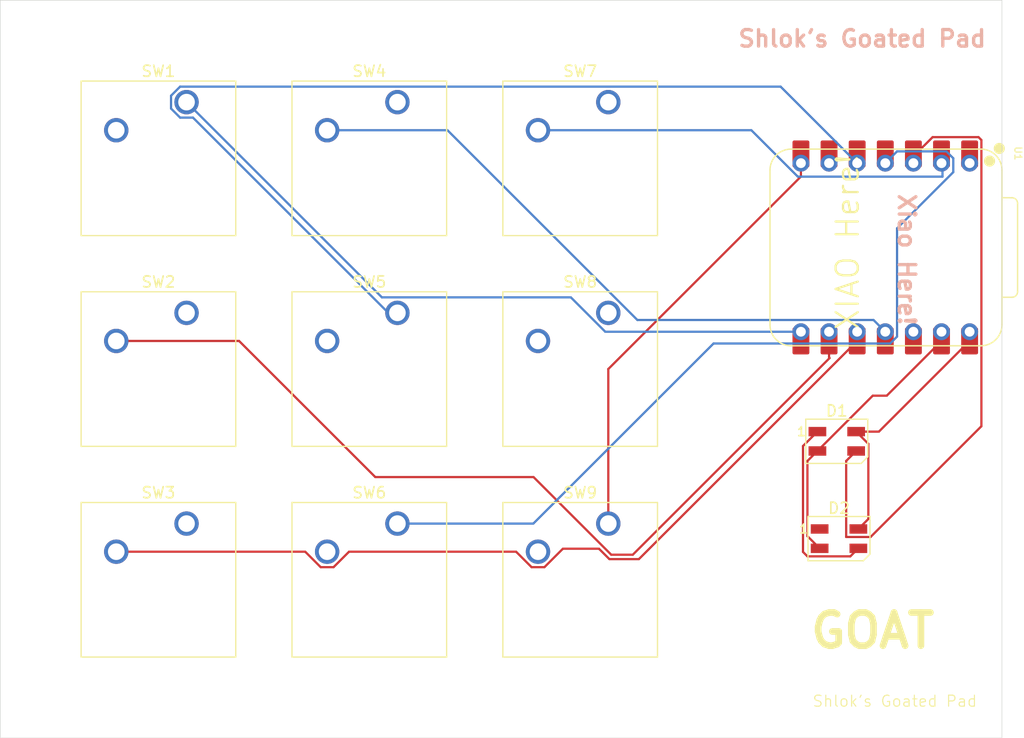
<source format=kicad_pcb>
(kicad_pcb (version 20241229) (generator "pcbnew") (generator_version "9.0")
  (layers (0 "F.Cu" signal) (2 "B.Cu" signal) (13 "F.Paste" user) (15 "B.Paste" user) (5 "F.SilkS" user "F.Silkscreen") (7 "B.SilkS" user "B.Silkscreen") (1 "F.Mask" user) (3 "B.Mask" user) (25 "Edge.Cuts" user))
  (net 0 "")
  (net 1 "GND")
  (net 2 "Net-(D1-DIN)")
  (net 3 "+5V")
  (net 4 "Net-(D1-DOUT)")
  (net 6 "Net-(U1-GPIO6{slash}SDA)")
  (net 7 "Net-(U1-GPIO29{slash}ADC3{slash}A3)")
  (net 11 "Net-(U1-GPIO27{slash}ADC1{slash}A1)")
  (net 12 "Net-(U1-GPIO26{slash}ADC0{slash}A0)")
  (net 13 "Net-(U1-GPIO0{slash}TX)")
  (footprint "Button_Switch_Keyboard:SW_Cherry_MX_1.00u_PCB" (layer "F.Cu") (at 133.50875 78.26375)
    (property "Reference" "SW1" (at -2.54 -2.794 0) (layer "F.SilkS"))
    (property "Value" "SW_Push")
    (fp_line (start -9.525 -1.905) (end 4.445 -1.905) (stroke (width 0.12)) (layer "F.SilkS"))
    (fp_line (start -9.525 12.065) (end -9.525 -1.905) (stroke (width 0.12)) (layer "F.SilkS"))
    (fp_line (start 4.445 -1.905) (end 4.445 12.065) (stroke (width 0.12)) (layer "F.SilkS"))
    (fp_line (start 4.445 12.065) (end -9.525 12.065) (stroke (width 0.12)) (layer "F.SilkS"))
    (pad "" np_thru_hole circle (at -7.62 5.08) (size 1.7 1.7) (drill 1.7) (layers "*.Cu" "*.Mask"))
    (pad "" np_thru_hole circle (at -2.54 5.08) (size 4 4) (drill 4) (layers "*.Cu" "*.Mask"))
    (pad "" np_thru_hole circle (at 2.54 5.08) (size 1.7 1.7) (drill 1.7) (layers "*.Cu" "*.Mask"))
    (pad "1" thru_hole circle (at 0 0) (size 2.2 2.2) (drill 1.5) (layers "*.Cu" "*.Mask") (net 13 "Net-(U1-GPIO0{slash}TX)"))
    (pad "2" thru_hole circle (at -6.35 2.54) (size 2.2 2.2) (drill 1.5) (layers "*.Cu" "*.Mask") (net 1 "GND"))
  )
  (footprint "Button_Switch_Keyboard:SW_Cherry_MX_1.00u_PCB" (layer "F.Cu") (at 152.55875 116.36375)
    (property "Reference" "SW6" (at -2.54 -2.794 0) (layer "F.SilkS"))
    (property "Value" "SW_Push")
    (fp_line (start -9.525 -1.905) (end 4.445 -1.905) (stroke (width 0.12)) (layer "F.SilkS"))
    (fp_line (start -9.525 12.065) (end -9.525 -1.905) (stroke (width 0.12)) (layer "F.SilkS"))
    (fp_line (start 4.445 -1.905) (end 4.445 12.065) (stroke (width 0.12)) (layer "F.SilkS"))
    (fp_line (start 4.445 12.065) (end -9.525 12.065) (stroke (width 0.12)) (layer "F.SilkS"))
    (pad "" np_thru_hole circle (at -7.62 5.08) (size 1.7 1.7) (drill 1.7) (layers "*.Cu" "*.Mask"))
    (pad "" np_thru_hole circle (at -2.54 5.08) (size 4 4) (drill 4) (layers "*.Cu" "*.Mask"))
    (pad "" np_thru_hole circle (at 2.54 5.08) (size 1.7 1.7) (drill 1.7) (layers "*.Cu" "*.Mask"))
    (pad "1" thru_hole circle (at 0 0) (size 2.2 2.2) (drill 1.5) (layers "*.Cu" "*.Mask") (net 7 "Net-(U1-GPIO29{slash}ADC3{slash}A3)"))
    (pad "2" thru_hole circle (at -6.35 2.54) (size 2.2 2.2) (drill 1.5) (layers "*.Cu" "*.Mask") (net 1 "GND"))
  )
  (footprint "OPL lib:XIAO-RP2040-DIP" (layer "F.Cu") (at 196.6315 91.4 -90)
    (property "Reference" "U1" (at -8.5 -12 270) (layer "F.SilkS") (effects (font (size 0.635 0.635) (thickness 0.1016))))
    (property "Value" "XIAO-RP2040-DIP")
    (fp_line (start -6.985 10.414) (end 6.985 10.414) (stroke (width 0.127)) (layer "F.SilkS"))
    (fp_line (start -8.89 8.509) (end -8.89 -8.636) (stroke (width 0.127)) (layer "F.SilkS"))
    (fp_line (start 8.89 8.509) (end 8.89 -8.636) (stroke (width 0.127)) (layer "F.SilkS"))
    (fp_line (start -4.495 -10.541) (end -4.491272 -11.451272) (stroke (width 0.127)) (layer "F.SilkS"))
    (fp_line (start 6.985 -10.541) (end -6.985 -10.541) (stroke (width 0.1)) (layer "F.SilkS"))
    (fp_line (start 6.985 -10.541) (end -6.985 -10.541) (stroke (width 0.127)) (layer "F.SilkS"))
    (fp_line (start 4.504 -11.451) (end 4.504 -10.541) (stroke (width 0.127)) (layer "F.SilkS"))
    (fp_line (start -3.991272 -11.951) (end 4.004 -11.951) (stroke (width 0.127)) (layer "F.SilkS"))
    (fp_arc (start -6.985 10.414) (mid -8.332038 9.856038) (end -8.89 8.509) (stroke (width 0.127)) (layer "F.SilkS"))
    (fp_arc (start 8.89 8.509) (mid 8.332038 9.856038) (end 6.985 10.414) (stroke (width 0.127)) (layer "F.SilkS"))
    (fp_arc (start -8.89 -8.636) (mid -8.332038 -9.983038) (end -6.985 -10.541) (stroke (width 0.127)) (layer "F.SilkS"))
    (fp_arc (start 6.985 -10.541) (mid 8.332038 -9.983038) (end 8.89 -8.636) (stroke (width 0.127)) (layer "F.SilkS"))
    (fp_arc (start -4.491272 -11.451272) (mid -4.344728 -11.80464) (end -3.991272 -11.951) (stroke (width 0.127)) (layer "F.SilkS"))
    (fp_arc (start 4.004 -11.951) (mid 4.357553 -11.804553) (end 4.504 -11.451) (stroke (width 0.127)) (layer "F.SilkS"))
    (fp_circle (center -7.807 -9.42) (end -7.807 -9.674) (stroke (width 0.5)) (fill yes) (layer "F.SilkS"))
    (fp_circle (center -8.95 -10.3) (end -8.95 -10.554) (stroke (width 0.5)) (fill yes) (layer "F.SilkS"))
    (pad "1" smd roundrect (at -8.455 -7.62 90) (size 2.432 1.524) (layers "F.Cu" "F.Mask") (roundrect_rratio 0.1) (net 12 "Net-(U1-GPIO26{slash}ADC0{slash}A0)"))
    (pad "1" thru_hole circle (at -7.62 -7.62 90) (size 1.524 1.524) (drill 0.889) (layers "*.Cu" "*.Mask") (net 12 "Net-(U1-GPIO26{slash}ADC0{slash}A0)"))
    (pad "2" smd roundrect (at -8.455 -5.08 90) (size 2.432 1.524) (layers "F.Cu" "F.Mask") (roundrect_rratio 0.1) (net 11 "Net-(U1-GPIO27{slash}ADC1{slash}A1)"))
    (pad "2" thru_hole circle (at -7.62 -5.08 90) (size 1.524 1.524) (drill 0.889) (layers "*.Cu" "*.Mask") (net 11 "Net-(U1-GPIO27{slash}ADC1{slash}A1)"))
    (pad "3" smd roundrect (at -8.455 -2.54 90) (size 2.432 1.524) (layers "F.Cu" "F.Mask") (roundrect_rratio 0.1) (net 2 "Net-(D1-DIN)"))
    (pad "3" thru_hole circle (at -7.62 -2.54 90) (size 1.524 1.524) (drill 0.889) (layers "*.Cu" "*.Mask") (net 2 "Net-(D1-DIN)"))
    (pad "4" smd roundrect (at -8.455 0 90) (size 2.432 1.524) (layers "F.Cu" "F.Mask") (roundrect_rratio 0.1) (net 7 "Net-(U1-GPIO29{slash}ADC3{slash}A3)"))
    (pad "4" thru_hole circle (at -7.62 0 90) (size 1.524 1.524) (drill 0.889) (layers "*.Cu" "*.Mask") (net 7 "Net-(U1-GPIO29{slash}ADC3{slash}A3)"))
    (pad "5" smd roundrect (at -8.455 2.54 90) (size 2.432 1.524) (layers "F.Cu" "F.Mask") (roundrect_rratio 0.1) (net 6 "Net-(U1-GPIO6{slash}SDA)"))
    (pad "5" thru_hole circle (at -7.62 2.54 90) (size 1.524 1.524) (drill 0.889) (layers "*.Cu" "*.Mask") (net 6 "Net-(U1-GPIO6{slash}SDA)"))
    (pad "6" smd roundrect (at -8.455 5.08 90) (size 2.432 1.524) (layers "F.Cu" "F.Mask") (roundrect_rratio 0.1))
    (pad "6" thru_hole circle (at -7.62 5.08 90) (size 1.524 1.524) (drill 0.889) (layers "*.Cu" "*.Mask"))
    (pad "7" smd roundrect (at -8.455 7.62 90) (size 2.432 1.524) (layers "F.Cu" "F.Mask") (roundrect_rratio 0.1) (net 13 "Net-(U1-GPIO0{slash}TX)"))
    (pad "7" thru_hole circle (at -7.62 7.62 90) (size 1.524 1.524) (drill 0.889) (layers "*.Cu" "*.Mask") (net 13 "Net-(U1-GPIO0{slash}TX)"))
    (pad "8" thru_hole circle (at 7.62 7.62 270) (size 1.524 1.524) (drill 0.889) (layers "*.Cu" "*.Mask") (net 13 "Net-(U1-GPIO0{slash}TX)"))
    (pad "8" smd roundrect (at 8.455 7.62 270) (size 2.432 1.524) (layers "F.Cu" "F.Mask") (roundrect_rratio 0.1) (net 13 "Net-(U1-GPIO0{slash}TX)"))
    (pad "9" thru_hole circle (at 7.62 5.08 270) (size 1.524 1.524) (drill 0.889) (layers "*.Cu" "*.Mask") (net 13 "Net-(U1-GPIO0{slash}TX)"))
    (pad "9" smd roundrect (at 8.455 5.08 270) (size 2.432 1.524) (layers "F.Cu" "F.Mask") (roundrect_rratio 0.1) (net 13 "Net-(U1-GPIO0{slash}TX)"))
    (pad "10" thru_hole circle (at 7.62 2.54 270) (size 1.524 1.524) (drill 0.889) (layers "*.Cu" "*.Mask") (net 13 "Net-(U1-GPIO0{slash}TX)"))
    (pad "10" smd roundrect (at 8.455 2.54 270) (size 2.432 1.524) (layers "F.Cu" "F.Mask") (roundrect_rratio 0.1) (net 13 "Net-(U1-GPIO0{slash}TX)"))
    (pad "11" thru_hole circle (at 7.62 0 270) (size 1.524 1.524) (drill 0.889) (layers "*.Cu" "*.Mask") (net 13 "Net-(U1-GPIO0{slash}TX)"))
    (pad "11" smd roundrect (at 8.455 0 270) (size 2.432 1.524) (layers "F.Cu" "F.Mask") (roundrect_rratio 0.1) (net 13 "Net-(U1-GPIO0{slash}TX)"))
    (pad "12" thru_hole circle (at 7.62 -2.54 270) (size 1.524 1.524) (drill 0.889) (layers "*.Cu" "*.Mask"))
    (pad "12" smd roundrect (at 8.455 -2.54 270) (size 2.432 1.524) (layers "F.Cu" "F.Mask") (roundrect_rratio 0.1))
    (pad "13" thru_hole circle (at 7.62 -5.08 270) (size 1.524 1.524) (drill 0.889) (layers "*.Cu" "*.Mask") (net 1 "GND"))
    (pad "13" smd roundrect (at 8.455 -5.08 270) (size 2.432 1.524) (layers "F.Cu" "F.Mask") (roundrect_rratio 0.1) (net 1 "GND"))
    (pad "14" thru_hole circle (at 7.62 -7.62 270) (size 1.524 1.524) (drill 0.889) (layers "*.Cu" "*.Mask") (net 3 "+5V"))
    (pad "14" smd roundrect (at 8.455 -7.62 270) (size 2.432 1.524) (layers "F.Cu" "F.Mask") (roundrect_rratio 0.1) (net 3 "+5V"))
  )
  (footprint "Button_Switch_Keyboard:SW_Cherry_MX_1.00u_PCB" (layer "F.Cu") (at 171.60875 78.26375)
    (property "Reference" "SW7" (at -2.54 -2.794 0) (layer "F.SilkS"))
    (property "Value" "SW_Push")
    (fp_line (start -9.525 -1.905) (end 4.445 -1.905) (stroke (width 0.12)) (layer "F.SilkS"))
    (fp_line (start -9.525 12.065) (end -9.525 -1.905) (stroke (width 0.12)) (layer "F.SilkS"))
    (fp_line (start 4.445 -1.905) (end 4.445 12.065) (stroke (width 0.12)) (layer "F.SilkS"))
    (fp_line (start 4.445 12.065) (end -9.525 12.065) (stroke (width 0.12)) (layer "F.SilkS"))
    (pad "" np_thru_hole circle (at -7.62 5.08) (size 1.7 1.7) (drill 1.7) (layers "*.Cu" "*.Mask"))
    (pad "" np_thru_hole circle (at -2.54 5.08) (size 4 4) (drill 4) (layers "*.Cu" "*.Mask"))
    (pad "" np_thru_hole circle (at 2.54 5.08) (size 1.7 1.7) (drill 1.7) (layers "*.Cu" "*.Mask"))
    (pad "1" thru_hole circle (at 0 0) (size 2.2 2.2) (drill 1.5) (layers "*.Cu" "*.Mask"))
    (pad "2" thru_hole circle (at -6.35 2.54) (size 2.2 2.2) (drill 1.5) (layers "*.Cu" "*.Mask") (net 11 "Net-(U1-GPIO27{slash}ADC1{slash}A1)"))
  )
  (footprint "Button_Switch_Keyboard:SW_Cherry_MX_1.00u_PCB" (layer "F.Cu") (at 152.55875 78.26375)
    (property "Reference" "SW4" (at -2.54 -2.794 0) (layer "F.SilkS"))
    (property "Value" "SW_Push")
    (fp_line (start -9.525 -1.905) (end 4.445 -1.905) (stroke (width 0.12)) (layer "F.SilkS"))
    (fp_line (start -9.525 12.065) (end -9.525 -1.905) (stroke (width 0.12)) (layer "F.SilkS"))
    (fp_line (start 4.445 -1.905) (end 4.445 12.065) (stroke (width 0.12)) (layer "F.SilkS"))
    (fp_line (start 4.445 12.065) (end -9.525 12.065) (stroke (width 0.12)) (layer "F.SilkS"))
    (pad "" np_thru_hole circle (at -7.62 5.08) (size 1.7 1.7) (drill 1.7) (layers "*.Cu" "*.Mask"))
    (pad "" np_thru_hole circle (at -2.54 5.08) (size 4 4) (drill 4) (layers "*.Cu" "*.Mask"))
    (pad "" np_thru_hole circle (at 2.54 5.08) (size 1.7 1.7) (drill 1.7) (layers "*.Cu" "*.Mask"))
    (pad "1" thru_hole circle (at 0 0) (size 2.2 2.2) (drill 1.5) (layers "*.Cu" "*.Mask") (net 1 "GND"))
    (pad "2" thru_hole circle (at -6.35 2.54) (size 2.2 2.2) (drill 1.5) (layers "*.Cu" "*.Mask") (net 13 "Net-(U1-GPIO0{slash}TX)"))
  )
  (footprint "LED_SMD:LED_SK6812MINI_PLCC4_3.5x3.5mm_P1.75mm" (layer "F.Cu") (at 192.25 108.925)
    (property "Reference" "D1" (at 0 -2.75 0) (layer "F.SilkS"))
    (property "Value" "SK6812MINI")
    (fp_line (start -2.8 -2) (end -2.8 2) (stroke (width 0.12)) (layer "F.SilkS"))
    (fp_line (start -2.8 -2) (end 2.8 -2) (stroke (width 0.12)) (layer "F.SilkS"))
    (fp_line (start -2.8 2) (end 2.2 2) (stroke (width 0.12)) (layer "F.SilkS"))
    (fp_line (start 2.8 1.4) (end 2.2 2) (stroke (width 0.12)) (layer "F.SilkS"))
    (fp_line (start 2.8 1.4) (end 2.8 -2) (stroke (width 0.12)) (layer "F.SilkS"))
    (fp_text user "1" (at -3.2 -0.875 0) (layer "F.SilkS") (effects (font (size 0.8 0.8))))
    (pad "1" smd rect (at -1.75 -0.875) (size 1.6 0.85) (layers "F.Cu" "F.Mask" "F.Paste") (net 4 "Net-(D1-DOUT)"))
    (pad "2" smd rect (at -1.75 0.875) (size 1.6 0.85) (layers "F.Cu" "F.Mask" "F.Paste") (net 1 "GND"))
    (pad "3" smd rect (at 1.75 0.875) (size 1.6 0.85) (layers "F.Cu" "F.Mask" "F.Paste") (net 2 "Net-(D1-DIN)"))
    (pad "4" smd rect (at 1.75 -0.875) (size 1.6 0.85) (layers "F.Cu" "F.Mask" "F.Paste") (net 3 "+5V"))
  )
  (footprint "LED_SMD:LED_SK6812MINI_PLCC4_3.5x3.5mm_P1.75mm" (layer "F.Cu") (at 192.45 117.725)
    (property "Reference" "D2" (at 0 -2.75 0) (layer "F.SilkS"))
    (property "Value" "SK6812MINI")
    (fp_line (start -2.8 -2) (end -2.8 2) (stroke (width 0.12)) (layer "F.SilkS"))
    (fp_line (start -2.8 -2) (end 2.8 -2) (stroke (width 0.12)) (layer "F.SilkS"))
    (fp_line (start -2.8 2) (end 2.2 2) (stroke (width 0.12)) (layer "F.SilkS"))
    (fp_line (start 2.8 1.4) (end 2.2 2) (stroke (width 0.12)) (layer "F.SilkS"))
    (fp_line (start 2.8 1.4) (end 2.8 -2) (stroke (width 0.12)) (layer "F.SilkS"))
    (fp_text user "1" (at -3.2 -0.875 0) (layer "F.SilkS") (effects (font (size 0.8 0.8))))
    (pad "1" smd rect (at -1.75 -0.875) (size 1.6 0.85) (layers "F.Cu" "F.Mask" "F.Paste"))
    (pad "2" smd rect (at -1.75 0.875) (size 1.6 0.85) (layers "F.Cu" "F.Mask" "F.Paste") (net 1 "GND"))
    (pad "3" smd rect (at 1.75 0.875) (size 1.6 0.85) (layers "F.Cu" "F.Mask" "F.Paste") (net 4 "Net-(D1-DOUT)"))
    (pad "4" smd rect (at 1.75 -0.875) (size 1.6 0.85) (layers "F.Cu" "F.Mask" "F.Paste") (net 3 "+5V"))
  )
  (footprint "Button_Switch_Keyboard:SW_Cherry_MX_1.00u_PCB" (layer "F.Cu") (at 152.55875 97.31375)
    (property "Reference" "SW5" (at -2.54 -2.794 0) (layer "F.SilkS"))
    (property "Value" "SW_Push")
    (fp_line (start -9.525 -1.905) (end 4.445 -1.905) (stroke (width 0.12)) (layer "F.SilkS"))
    (fp_line (start -9.525 12.065) (end -9.525 -1.905) (stroke (width 0.12)) (layer "F.SilkS"))
    (fp_line (start 4.445 -1.905) (end 4.445 12.065) (stroke (width 0.12)) (layer "F.SilkS"))
    (fp_line (start 4.445 12.065) (end -9.525 12.065) (stroke (width 0.12)) (layer "F.SilkS"))
    (pad "" np_thru_hole circle (at -7.62 5.08) (size 1.7 1.7) (drill 1.7) (layers "*.Cu" "*.Mask"))
    (pad "" np_thru_hole circle (at -2.54 5.08) (size 4 4) (drill 4) (layers "*.Cu" "*.Mask"))
    (pad "" np_thru_hole circle (at 2.54 5.08) (size 1.7 1.7) (drill 1.7) (layers "*.Cu" "*.Mask"))
    (pad "1" thru_hole circle (at 0 0) (size 2.2 2.2) (drill 1.5) (layers "*.Cu" "*.Mask") (net 6 "Net-(U1-GPIO6{slash}SDA)"))
    (pad "2" thru_hole circle (at -6.35 2.54) (size 2.2 2.2) (drill 1.5) (layers "*.Cu" "*.Mask") (net 1 "GND"))
  )
  (footprint "Button_Switch_Keyboard:SW_Cherry_MX_1.00u_PCB" (layer "F.Cu") (at 171.60875 97.31375)
    (property "Reference" "SW8" (at -2.54 -2.794 0) (layer "F.SilkS"))
    (property "Value" "SW_Push")
    (fp_line (start -9.525 -1.905) (end 4.445 -1.905) (stroke (width 0.12)) (layer "F.SilkS"))
    (fp_line (start -9.525 12.065) (end -9.525 -1.905) (stroke (width 0.12)) (layer "F.SilkS"))
    (fp_line (start 4.445 -1.905) (end 4.445 12.065) (stroke (width 0.12)) (layer "F.SilkS"))
    (fp_line (start 4.445 12.065) (end -9.525 12.065) (stroke (width 0.12)) (layer "F.SilkS"))
    (pad "" np_thru_hole circle (at -7.62 5.08) (size 1.7 1.7) (drill 1.7) (layers "*.Cu" "*.Mask"))
    (pad "" np_thru_hole circle (at -2.54 5.08) (size 4 4) (drill 4) (layers "*.Cu" "*.Mask"))
    (pad "" np_thru_hole circle (at 2.54 5.08) (size 1.7 1.7) (drill 1.7) (layers "*.Cu" "*.Mask"))
    (pad "1" thru_hole circle (at 0 0) (size 2.2 2.2) (drill 1.5) (layers "*.Cu" "*.Mask") (net 12 "Net-(U1-GPIO26{slash}ADC0{slash}A0)"))
    (pad "2" thru_hole circle (at -6.35 2.54) (size 2.2 2.2) (drill 1.5) (layers "*.Cu" "*.Mask") (net 1 "GND"))
  )
  (footprint "Button_Switch_Keyboard:SW_Cherry_MX_1.00u_PCB" (layer "F.Cu") (at 133.50875 116.36375)
    (property "Reference" "SW3" (at -2.54 -2.794 0) (layer "F.SilkS"))
    (property "Value" "SW_Push")
    (fp_line (start -9.525 -1.905) (end 4.445 -1.905) (stroke (width 0.12)) (layer "F.SilkS"))
    (fp_line (start -9.525 12.065) (end -9.525 -1.905) (stroke (width 0.12)) (layer "F.SilkS"))
    (fp_line (start 4.445 -1.905) (end 4.445 12.065) (stroke (width 0.12)) (layer "F.SilkS"))
    (fp_line (start 4.445 12.065) (end -9.525 12.065) (stroke (width 0.12)) (layer "F.SilkS"))
    (pad "" np_thru_hole circle (at -7.62 5.08) (size 1.7 1.7) (drill 1.7) (layers "*.Cu" "*.Mask"))
    (pad "" np_thru_hole circle (at -2.54 5.08) (size 4 4) (drill 4) (layers "*.Cu" "*.Mask"))
    (pad "" np_thru_hole circle (at 2.54 5.08) (size 1.7 1.7) (drill 1.7) (layers "*.Cu" "*.Mask"))
    (pad "1" thru_hole circle (at 0 0) (size 2.2 2.2) (drill 1.5) (layers "*.Cu" "*.Mask") (net 1 "GND"))
    (pad "2" thru_hole circle (at -6.35 2.54) (size 2.2 2.2) (drill 1.5) (layers "*.Cu" "*.Mask") (net 13 "Net-(U1-GPIO0{slash}TX)"))
  )
  (footprint "Button_Switch_Keyboard:SW_Cherry_MX_1.00u_PCB" (layer "F.Cu") (at 133.50875 97.31375)
    (property "Reference" "SW2" (at -2.54 -2.794 0) (layer "F.SilkS"))
    (property "Value" "SW_Push")
    (fp_line (start -9.525 -1.905) (end 4.445 -1.905) (stroke (width 0.12)) (layer "F.SilkS"))
    (fp_line (start -9.525 12.065) (end -9.525 -1.905) (stroke (width 0.12)) (layer "F.SilkS"))
    (fp_line (start 4.445 -1.905) (end 4.445 12.065) (stroke (width 0.12)) (layer "F.SilkS"))
    (fp_line (start 4.445 12.065) (end -9.525 12.065) (stroke (width 0.12)) (layer "F.SilkS"))
    (pad "" np_thru_hole circle (at -7.62 5.08) (size 1.7 1.7) (drill 1.7) (layers "*.Cu" "*.Mask"))
    (pad "" np_thru_hole circle (at -2.54 5.08) (size 4 4) (drill 4) (layers "*.Cu" "*.Mask"))
    (pad "" np_thru_hole circle (at 2.54 5.08) (size 1.7 1.7) (drill 1.7) (layers "*.Cu" "*.Mask"))
    (pad "1" thru_hole circle (at 0 0) (size 2.2 2.2) (drill 1.5) (layers "*.Cu" "*.Mask") (net 1 "GND"))
    (pad "2" thru_hole circle (at -6.35 2.54) (size 2.2 2.2) (drill 1.5) (layers "*.Cu" "*.Mask") (net 13 "Net-(U1-GPIO0{slash}TX)"))
  )
  (footprint "Button_Switch_Keyboard:SW_Cherry_MX_1.00u_PCB" (layer "F.Cu") (at 171.60875 116.36375)
    (property "Reference" "SW9" (at -2.54 -2.794 0) (layer "F.SilkS"))
    (property "Value" "SW_Push")
    (fp_line (start -9.525 -1.905) (end 4.445 -1.905) (stroke (width 0.12)) (layer "F.SilkS"))
    (fp_line (start -9.525 12.065) (end -9.525 -1.905) (stroke (width 0.12)) (layer "F.SilkS"))
    (fp_line (start 4.445 -1.905) (end 4.445 12.065) (stroke (width 0.12)) (layer "F.SilkS"))
    (fp_line (start 4.445 12.065) (end -9.525 12.065) (stroke (width 0.12)) (layer "F.SilkS"))
    (pad "" np_thru_hole circle (at -7.62 5.08) (size 1.7 1.7) (drill 1.7) (layers "*.Cu" "*.Mask"))
    (pad "" np_thru_hole circle (at -2.54 5.08) (size 4 4) (drill 4) (layers "*.Cu" "*.Mask"))
    (pad "" np_thru_hole circle (at 2.54 5.08) (size 1.7 1.7) (drill 1.7) (layers "*.Cu" "*.Mask"))
    (pad "1" thru_hole circle (at 0 0) (size 2.2 2.2) (drill 1.5) (layers "*.Cu" "*.Mask") (net 13 "Net-(U1-GPIO0{slash}TX)"))
    (pad "2" thru_hole circle (at -6.35 2.54) (size 2.2 2.2) (drill 1.5) (layers "*.Cu" "*.Mask") (net 1 "GND"))
  )
  (gr_rect (start 116.68125 69.05625) (end 207.16875 135.73125) (stroke (width 0.05)) (fill no) (layer "Edge.Cuts"))
  (gr_text "GOAT" (at 189.6 127.8 0) (layer "F.SilkS") (effects (font (size 3 3) (thickness 0.6) (bold yes)) (justify left bottom)))
  (gr_text "Shlok's Goated Pad" (at 190 133 0) (layer "F.SilkS") (effects (font (size 1 1) (thickness 0.1)) (justify left bottom)))
  (gr_text "XIAO Here!" (at 194.4 99 90) (layer "F.SilkS") (effects (font (size 2 2) (thickness 0.2)) (justify left bottom)))
  (gr_text "Shlok's Goated Pad" (at 183.2 73.4 -0) (layer "B.SilkS") (effects (font (size 1.5 1.5) (thickness 0.3) (bold yes)) (justify left bottom)))
  (gr_text "Xiao Here!" (at 197.6945 86.4 -90) (layer "B.SilkS") (effects (font (size 1.5 1.5) (thickness 0.3) (bold yes)) (justify left bottom)))
  (segment (start 196.7665 104.8) (end 201.7115 99.855) (width 0.2) (layer "F.Cu") (net 1))
  (segment (start 195.5 104.8) (end 196.7665 104.8) (width 0.2) (layer "F.Cu") (net 1))
  (segment (start 189.599 117.499) (end 189.599 110.701) (width 0.2) (layer "F.Cu") (net 1))
  (segment (start 190.5 109.8) (end 195.5 104.8) (width 0.2) (layer "F.Cu") (net 1))
  (segment (start 189.599 110.701) (end 190.5 109.8) (width 0.2) (layer "F.Cu") (net 1))
  (segment (start 190.7 118.6) (end 189.599 117.499) (width 0.2) (layer "F.Cu") (net 1))
  (segment (start 205.3145 107.5625) (end 205.3145 81.689374) (width 0.2) (layer "F.Cu") (net 2))
  (segment (start 199.1715 83.166374) (end 199.1715 83.78) (width 0.2) (layer "F.Cu") (net 2))
  (segment (start 193.099 110.701) (end 193.099 117.576) (width 0.2) (layer "F.Cu") (net 2))
  (segment (start 205.053126 81.428) (end 200.909874 81.428) (width 0.2) (layer "F.Cu") (net 2))
  (segment (start 193.099 117.576) (end 195.301 117.576) (width 0.2) (layer "F.Cu") (net 2))
  (segment (start 200.909874 81.428) (end 199.1715 83.166374) (width 0.2) (layer "F.Cu") (net 2))
  (segment (start 194 109.8) (end 193.099 110.701) (width 0.2) (layer "F.Cu") (net 2))
  (segment (start 195.301 117.576) (end 205.3145 107.5625) (width 0.2) (layer "F.Cu") (net 2))
  (segment (start 205.3145 81.689374) (end 205.053126 81.428) (width 0.2) (layer "F.Cu") (net 2))
  (segment (start 194 108.05) (end 196.0565 108.05) (width 0.2) (layer "F.Cu") (net 3))
  (segment (start 195.101 115.949) (end 195.101 109.151) (width 0.2) (layer "F.Cu") (net 3))
  (segment (start 194.2 116.85) (end 195.101 115.949) (width 0.2) (layer "F.Cu") (net 3))
  (segment (start 196.0565 108.05) (end 204.2515 99.855) (width 0.2) (layer "F.Cu") (net 3))
  (segment (start 195.101 109.151) (end 194 108.05) (width 0.2) (layer "F.Cu") (net 3))
  (segment (start 189.198 118.925) (end 189.198 109.352) (width 0.2) (layer "F.Cu") (net 4))
  (segment (start 189.198 109.352) (end 190.5 108.05) (width 0.2) (layer "F.Cu") (net 4))
  (segment (start 193.474 119.326) (end 189.599 119.326) (width 0.2) (layer "F.Cu") (net 4))
  (segment (start 189.599 119.326) (end 189.198 118.925) (width 0.2) (layer "F.Cu") (net 4))
  (segment (start 194.2 118.6) (end 193.474 119.326) (width 0.2) (layer "F.Cu") (net 4))
  (segment (start 132.928436 76.86275) (end 187.17425 76.86275) (width 0.2) (layer "B.Cu") (net 6))
  (segment (start 187.17425 76.86275) (end 194.0915 83.78) (width 0.2) (layer "B.Cu") (net 6))
  (segment (start 132.10775 77.683436) (end 132.928436 76.86275) (width 0.2) (layer "B.Cu") (net 6))
  (segment (start 151.738064 97.31375) (end 134.089064 79.66475) (width 0.2) (layer "B.Cu") (net 6))
  (segment (start 152.55875 97.31375) (end 151.738064 97.31375) (width 0.2) (layer "B.Cu") (net 6))
  (segment (start 132.10775 78.844064) (end 132.10775 77.683436) (width 0.2) (layer "B.Cu") (net 6))
  (segment (start 134.089064 79.66475) (end 132.928436 79.66475) (width 0.2) (layer "B.Cu") (net 6))
  (segment (start 132.928436 79.66475) (end 132.10775 78.844064) (width 0.2) (layer "B.Cu") (net 6))
  (segment (start 202.7745 83.33969) (end 202.15181 82.717) (width 0.2) (layer "B.Cu") (net 7))
  (segment (start 197.07181 100.083) (end 197.6945 99.46031) (width 0.2) (layer "B.Cu") (net 7))
  (segment (start 197.6945 99.46031) (end 197.6945 89.6726) (width 0.2) (layer "B.Cu") (net 7))
  (segment (start 202.15181 82.717) (end 197.6945 82.717) (width 0.2) (layer "B.Cu") (net 7))
  (segment (start 181.117 100.083) (end 197.07181 100.083) (width 0.2) (layer "B.Cu") (net 7))
  (segment (start 197.6945 89.6726) (end 202.7745 84.5926) (width 0.2) (layer "B.Cu") (net 7))
  (segment (start 197.6945 82.717) (end 196.6315 83.78) (width 0.2) (layer "B.Cu") (net 7))
  (segment (start 152.55875 116.36375) (end 164.83625 116.36375) (width 0.2) (layer "B.Cu") (net 7))
  (segment (start 202.7745 84.5926) (end 202.7745 83.33969) (width 0.2) (layer "B.Cu") (net 7))
  (segment (start 164.83625 116.36375) (end 181.117 100.083) (width 0.2) (layer "B.Cu") (net 7))
  (segment (start 165.25875 80.80375) (end 184.53194 80.80375) (width 0.2) (layer "B.Cu") (net 11))
  (segment (start 188.72819 85) (end 201.8 85) (width 0.2) (layer "B.Cu") (net 11))
  (segment (start 201.8 85) (end 201.8 83.8685) (width 0.2) (layer "B.Cu") (net 11))
  (segment (start 201.8 83.8685) (end 201.7115 83.78) (width 0.2) (layer "B.Cu") (net 11))
  (segment (start 184.53194 80.80375) (end 188.72819 85) (width 0.2) (layer "B.Cu") (net 11))
  (segment (start 174.369086 119.577414) (end 194.0915 99.855) (width 0.2) (layer "F.Cu") (net 13))
  (segment (start 173.823586 119.176414) (end 191.6 101.4) (width 0.2) (layer "F.Cu") (net 13))
  (segment (start 171.60875 116.36375) (end 171.60875 102.39125) (width 0.2) (layer "F.Cu") (net 13))
  (segment (start 189.0115 84.9885) (end 189.0115 83.78) (width 0.2) (layer "F.Cu") (net 13))
  (segment (start 170.764743 118.635257) (end 171.7069 119.577414) (width 0.2) (layer "F.Cu") (net 13))
  (segment (start 127.15875 99.85375) (end 138.25375 99.85375) (width 0.2) (layer "F.Cu") (net 13))
  (segment (start 167.508557 118.635257) (end 170.764743 118.635257) (width 0.2) (layer "F.Cu") (net 13))
  (segment (start 163.277436 118.90375) (end 164.678436 120.30475) (width 0.2) (layer "F.Cu") (net 13))
  (segment (start 164.678436 120.30475) (end 165.839064 120.30475) (width 0.2) (layer "F.Cu") (net 13))
  (segment (start 191.6 101.4) (end 191.5515 101.3515) (width 0.2) (layer "F.Cu") (net 13))
  (segment (start 171.60875 102.39125) (end 189.0115 84.9885) (width 0.2) (layer "F.Cu") (net 13))
  (segment (start 191.5515 101.3515) (end 191.5515 99.855) (width 0.2) (layer "F.Cu") (net 13))
  (segment (start 148.190064 118.90375) (end 163.277436 118.90375) (width 0.2) (layer "F.Cu") (net 13))
  (segment (start 138.25375 99.85375) (end 150.561164 112.161164) (width 0.2) (layer "F.Cu") (net 13))
  (segment (start 150.561164 112.161164) (end 164.85775 112.161164) (width 0.2) (layer "F.Cu") (net 13))
  (segment (start 146.789064 120.30475) (end 148.190064 118.90375) (width 0.2) (layer "F.Cu") (net 13))
  (segment (start 145.628436 120.30475) (end 146.789064 120.30475) (width 0.2) (layer "F.Cu") (net 13))
  (segment (start 165.839064 120.30475) (end 167.508557 118.635257) (width 0.2) (layer "F.Cu") (net 13))
  (segment (start 171.873 119.176414) (end 173.823586 119.176414) (width 0.2) (layer "F.Cu") (net 13))
  (segment (start 164.85775 112.161164) (end 171.873 119.176414) (width 0.2) (layer "F.Cu") (net 13))
  (segment (start 144.227436 118.90375) (end 145.628436 120.30475) (width 0.2) (layer "F.Cu") (net 13))
  (segment (start 127.15875 118.90375) (end 144.227436 118.90375) (width 0.2) (layer "F.Cu") (net 13))
  (segment (start 171.7069 119.577414) (end 174.369086 119.577414) (width 0.2) (layer "F.Cu") (net 13))
  (segment (start 151.15775 95.91275) (end 168.226436 95.91275) (width 0.2) (layer "B.Cu") (net 13))
  (segment (start 146.20875 80.80375) (end 157.080064 80.80375) (width 0.2) (layer "B.Cu") (net 13))
  (segment (start 171.333686 99.02) (end 189.0115 99.02) (width 0.2) (layer "B.Cu") (net 13))
  (segment (start 133.50875 78.26375) (end 151.15775 95.91275) (width 0.2) (layer "B.Cu") (net 13))
  (segment (start 157.080064 80.80375) (end 174.233314 97.957) (width 0.2) (layer "B.Cu") (net 13))
  (segment (start 195.5685 97.957) (end 196.6315 99.02) (width 0.2) (layer "B.Cu") (net 13))
  (segment (start 168.226436 95.91275) (end 171.333686 99.02) (width 0.2) (layer "B.Cu") (net 13))
  (segment (start 174.233314 97.957) (end 195.5685 97.957) (width 0.2) (layer "B.Cu") (net 13))
)
</source>
